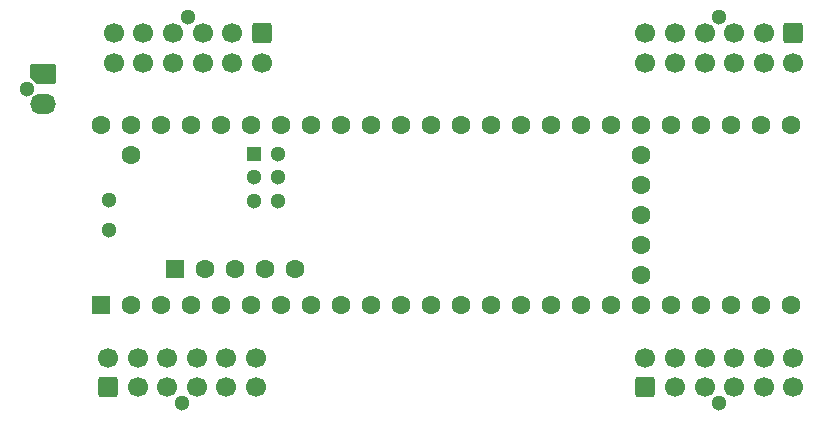
<source format=gbr>
%TF.GenerationSoftware,KiCad,Pcbnew,8.0.9-8.0.9-0~ubuntu22.04.1*%
%TF.CreationDate,2025-03-21T08:59:58-04:00*%
%TF.ProjectId,WS_Wheel_PCB,57535f57-6865-4656-9c5f-5043422e6b69,rev?*%
%TF.SameCoordinates,Original*%
%TF.FileFunction,Soldermask,Bot*%
%TF.FilePolarity,Negative*%
%FSLAX46Y46*%
G04 Gerber Fmt 4.6, Leading zero omitted, Abs format (unit mm)*
G04 Created by KiCad (PCBNEW 8.0.9-8.0.9-0~ubuntu22.04.1) date 2025-03-21 08:59:58*
%MOMM*%
%LPD*%
G01*
G04 APERTURE LIST*
G04 Aperture macros list*
%AMRoundRect*
0 Rectangle with rounded corners*
0 $1 Rounding radius*
0 $2 $3 $4 $5 $6 $7 $8 $9 X,Y pos of 4 corners*
0 Add a 4 corners polygon primitive as box body*
4,1,4,$2,$3,$4,$5,$6,$7,$8,$9,$2,$3,0*
0 Add four circle primitives for the rounded corners*
1,1,$1+$1,$2,$3*
1,1,$1+$1,$4,$5*
1,1,$1+$1,$6,$7*
1,1,$1+$1,$8,$9*
0 Add four rect primitives between the rounded corners*
20,1,$1+$1,$2,$3,$4,$5,0*
20,1,$1+$1,$4,$5,$6,$7,0*
20,1,$1+$1,$6,$7,$8,$9,0*
20,1,$1+$1,$8,$9,$2,$3,0*%
%AMFreePoly0*
4,1,22,0.945671,0.830970,1.026777,0.776777,1.080970,0.695671,1.100000,0.600000,1.100000,-0.600000,1.080970,-0.695671,1.026777,-0.776777,0.945671,-0.830970,0.850000,-0.850000,-0.450000,-0.850000,-0.545671,-0.830970,-0.626777,-0.776777,-1.026777,-0.376777,-1.080970,-0.295671,-1.100000,-0.200000,-1.100000,0.600000,-1.080970,0.695671,-1.026777,0.776777,-0.945671,0.830970,-0.850000,0.850000,
0.850000,0.850000,0.945671,0.830970,0.945671,0.830970,$1*%
G04 Aperture macros list end*
%ADD10R,1.600000X1.600000*%
%ADD11C,1.600000*%
%ADD12R,1.300000X1.300000*%
%ADD13C,1.300000*%
%ADD14FreePoly0,0.000000*%
%ADD15O,2.200000X1.700000*%
%ADD16RoundRect,0.250000X-0.600000X0.600000X-0.600000X-0.600000X0.600000X-0.600000X0.600000X0.600000X0*%
%ADD17C,1.700000*%
%ADD18RoundRect,0.250000X0.600000X-0.600000X0.600000X0.600000X-0.600000X0.600000X-0.600000X-0.600000X0*%
G04 APERTURE END LIST*
D10*
%TO.C,U1*%
X118380000Y-70000000D03*
D11*
X120920000Y-70000000D03*
X123460000Y-70000000D03*
X126000000Y-70000000D03*
X128540000Y-70000000D03*
X131080000Y-70000000D03*
X133620000Y-70000000D03*
X136160000Y-70000000D03*
X138700000Y-70000000D03*
X141240000Y-70000000D03*
X143780000Y-70000000D03*
X146320000Y-70000000D03*
X148860000Y-70000000D03*
X151400000Y-70000000D03*
X153940000Y-70000000D03*
X156480000Y-70000000D03*
X159020000Y-70000000D03*
X161560000Y-70000000D03*
X164100000Y-70000000D03*
X166640000Y-70000000D03*
X169180000Y-70000000D03*
X171720000Y-70000000D03*
X174260000Y-70000000D03*
X176800000Y-70000000D03*
X176800000Y-54760000D03*
X174260000Y-54760000D03*
X171720000Y-54760000D03*
X169180000Y-54760000D03*
X166640000Y-54760000D03*
X164100000Y-54760000D03*
X161560000Y-54760000D03*
X159020000Y-54760000D03*
X156480000Y-54760000D03*
X153940000Y-54760000D03*
X151400000Y-54760000D03*
X148860000Y-54760000D03*
X146320000Y-54760000D03*
X143780000Y-54760000D03*
X141240000Y-54760000D03*
X138700000Y-54760000D03*
X136160000Y-54760000D03*
X133620000Y-54760000D03*
X131080000Y-54760000D03*
X128540000Y-54760000D03*
X126000000Y-54760000D03*
X123460000Y-54760000D03*
X120920000Y-54760000D03*
X118380000Y-54760000D03*
X120920000Y-57300000D03*
X164100000Y-67460000D03*
X164100000Y-64920000D03*
X164100000Y-62380000D03*
X164100000Y-59840000D03*
X164100000Y-57300000D03*
D10*
X124679200Y-66949200D03*
D11*
X127219200Y-66949200D03*
X129759200Y-66949200D03*
X132299200Y-66949200D03*
X134839200Y-66949200D03*
D12*
X131350000Y-57198400D03*
D13*
X131350000Y-59198400D03*
X131350000Y-61198400D03*
X133350000Y-61198400D03*
X133350000Y-59198400D03*
X133350000Y-57198400D03*
X119110000Y-61110000D03*
X119110000Y-63650000D03*
%TD*%
%TO.C,J1*%
X112160000Y-51750000D03*
D14*
X113500000Y-50500000D03*
D15*
X113500000Y-53000000D03*
%TD*%
D13*
%TO.C,C2*%
X170750000Y-45660000D03*
D16*
X177000000Y-47000000D03*
D17*
X174500000Y-47000000D03*
X172000000Y-47000000D03*
X169500000Y-47000000D03*
X167000000Y-47000000D03*
X164500000Y-47000000D03*
X177000000Y-49500000D03*
X174500000Y-49500000D03*
X172000000Y-49500000D03*
X169500000Y-49500000D03*
X167000000Y-49500000D03*
X164500000Y-49500000D03*
%TD*%
D13*
%TO.C,C1*%
X125750000Y-45660000D03*
D16*
X132000000Y-47000000D03*
D17*
X129500000Y-47000000D03*
X127000000Y-47000000D03*
X124500000Y-47000000D03*
X122000000Y-47000000D03*
X119500000Y-47000000D03*
X132000000Y-49500000D03*
X129500000Y-49500000D03*
X127000000Y-49500000D03*
X124500000Y-49500000D03*
X122000000Y-49500000D03*
X119500000Y-49500000D03*
%TD*%
D13*
%TO.C,C3*%
X125250000Y-78340000D03*
D18*
X119000000Y-77000000D03*
D17*
X121500000Y-77000000D03*
X124000000Y-77000000D03*
X126500000Y-77000000D03*
X129000000Y-77000000D03*
X131500000Y-77000000D03*
X119000000Y-74500000D03*
X121500000Y-74500000D03*
X124000000Y-74500000D03*
X126500000Y-74500000D03*
X129000000Y-74500000D03*
X131500000Y-74500000D03*
%TD*%
D13*
%TO.C,C4*%
X170750000Y-78340000D03*
D18*
X164500000Y-77000000D03*
D17*
X167000000Y-77000000D03*
X169500000Y-77000000D03*
X172000000Y-77000000D03*
X174500000Y-77000000D03*
X177000000Y-77000000D03*
X164500000Y-74500000D03*
X167000000Y-74500000D03*
X169500000Y-74500000D03*
X172000000Y-74500000D03*
X174500000Y-74500000D03*
X177000000Y-74500000D03*
%TD*%
M02*

</source>
